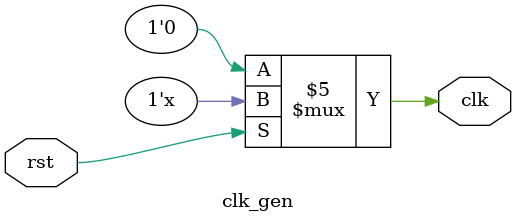
<source format=v>
module clk_gen #(
    parameter PRD = 1
) (
    input rst,
    output reg clk
);
    always #PRD begin
        if (!rst) clk <= 0;
        else clk <= !clk;
    end
endmodule

</source>
